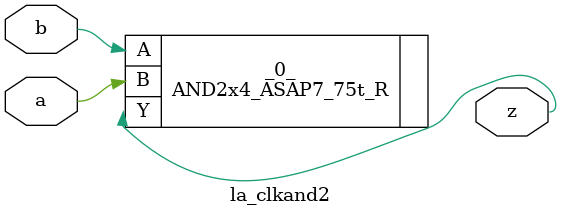
<source format=v>

/* Generated by Yosys 0.44 (git sha1 80ba43d26, g++ 11.4.0-1ubuntu1~22.04 -fPIC -O3) */

(* top =  1  *)
(* src = "inputs/la_clkand2.v:10.1-20.10" *)
module la_clkand2 (
    a,
    b,
    z
);
  (* src = "inputs/la_clkand2.v:13.12-13.13" *)
  input a;
  wire a;
  (* src = "inputs/la_clkand2.v:14.12-14.13" *)
  input b;
  wire b;
  (* src = "inputs/la_clkand2.v:15.12-15.13" *)
  output z;
  wire z;
  AND2x4_ASAP7_75t_R _0_ (
      .A(b),
      .B(a),
      .Y(z)
  );
endmodule

</source>
